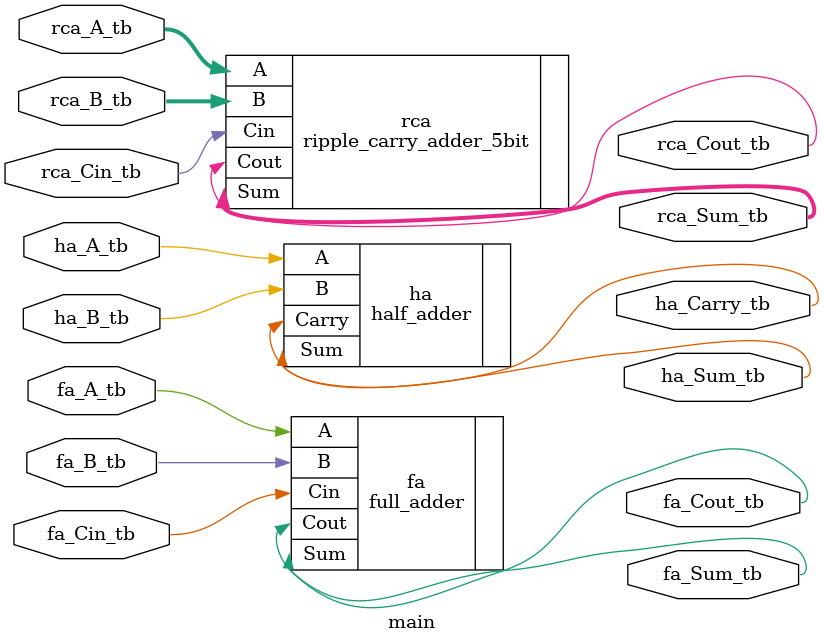
<source format=sv>
`timescale 1ns/1ps

module main (
    input logic ha_A_tb,
    input logic ha_B_tb,
    output logic ha_Sum_tb,
    output logic ha_Carry_tb,

    input logic fa_A_tb,
    input logic fa_B_tb,
    input logic fa_Cin_tb,
    output logic fa_Sum_tb,
    output logic fa_Cout_tb,

    input logic [4:0] rca_A_tb,
    input logic [4:0] rca_B_tb,
    input logic rca_Cin_tb,
    output logic [4:0] rca_Sum_tb,
    output logic rca_Cout_tb
);

    // Half-Adder Örneği
    half_adder ha (
        .A(ha_A_tb),
        .B(ha_B_tb),
        .Sum(ha_Sum_tb),
        .Carry(ha_Carry_tb)
    );

    // Full-Adder Örneği
    full_adder fa (
        .A(fa_A_tb),
        .B(fa_B_tb),
        .Cin(fa_Cin_tb),
        .Sum(fa_Sum_tb),
        .Cout(fa_Cout_tb)
    );

    // 5-bit Ripple-Carry Adder Örneği
    ripple_carry_adder_5bit rca (
        .A(rca_A_tb),
        .B(rca_B_tb),
        .Cin(rca_Cin_tb),
        .Sum(rca_Sum_tb),
        .Cout(rca_Cout_tb)
    );
endmodule



















</source>
